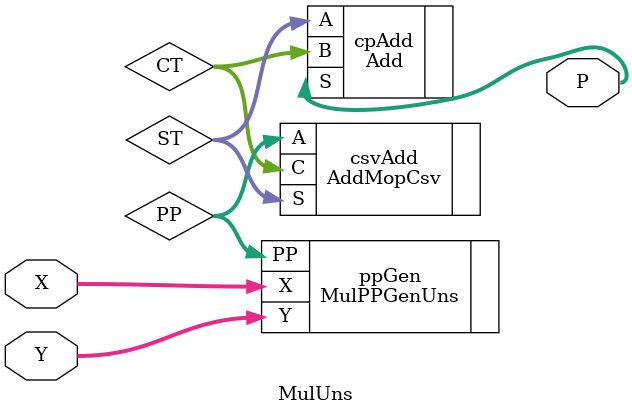
<source format=sv>
module MulUns #(
	parameter int widthX = 16,  // word width of X (X <= Y)
	parameter int widthY = 16,  // word width of Y
	parameter int speed = 2  // performance parameter
) (
	input logic [widthX-1:0] X,  // multiplier
	input logic [widthY-1:0] Y,  // multiplicand
	output logic [widthX+widthY-1:0] P  // product
);

	logic [widthX*(widthX+widthY)-1:0] PP;  // partial products
	logic [widthX+widthY-1:0] ST, CT;  // intermediate sum/carry bits

	// Generation of partial products
	MulPPGenUns #(
		.widthX(widthX),
		.widthY(widthY)
	) ppGen (
		.X (X),
		.Y (Y),
		.PP(PP)
	);

	// Carry-save addition of partial products
	AddMopCsv #(
		.width(widthX+widthY),
		.depth(widthX),
		.speed (speed)
	) csvAdd (
		.A(PP),
		.S(ST),
		.C(CT)
	);

	// Final carry-propagate addition
	Add #(
		.width(widthX+widthY),
		.speed(speed)
	) cpAdd (
		.A(ST),
		.B(CT),
		.S(P)
	);

endmodule

</source>
